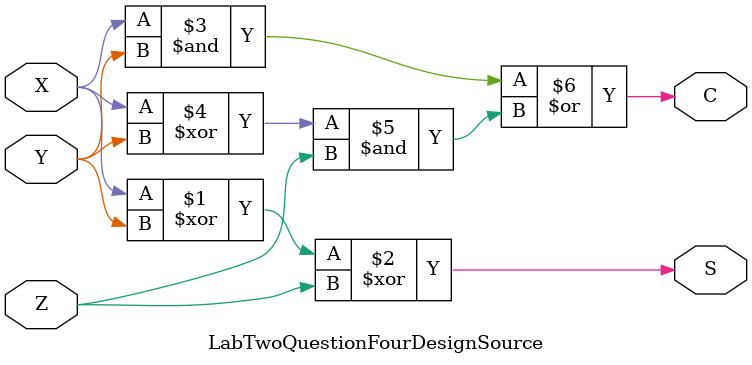
<source format=v>
`timescale 1ns / 1ps


module LabTwoQuestionFourDesignSource(
    input X,
    input Y,
    input Z,
    output S,
    output C
    );
    assign S = (X ^ Y) ^ (Z);
    assign C = X&Y | ((X ^ Y) & Z);
endmodule

</source>
